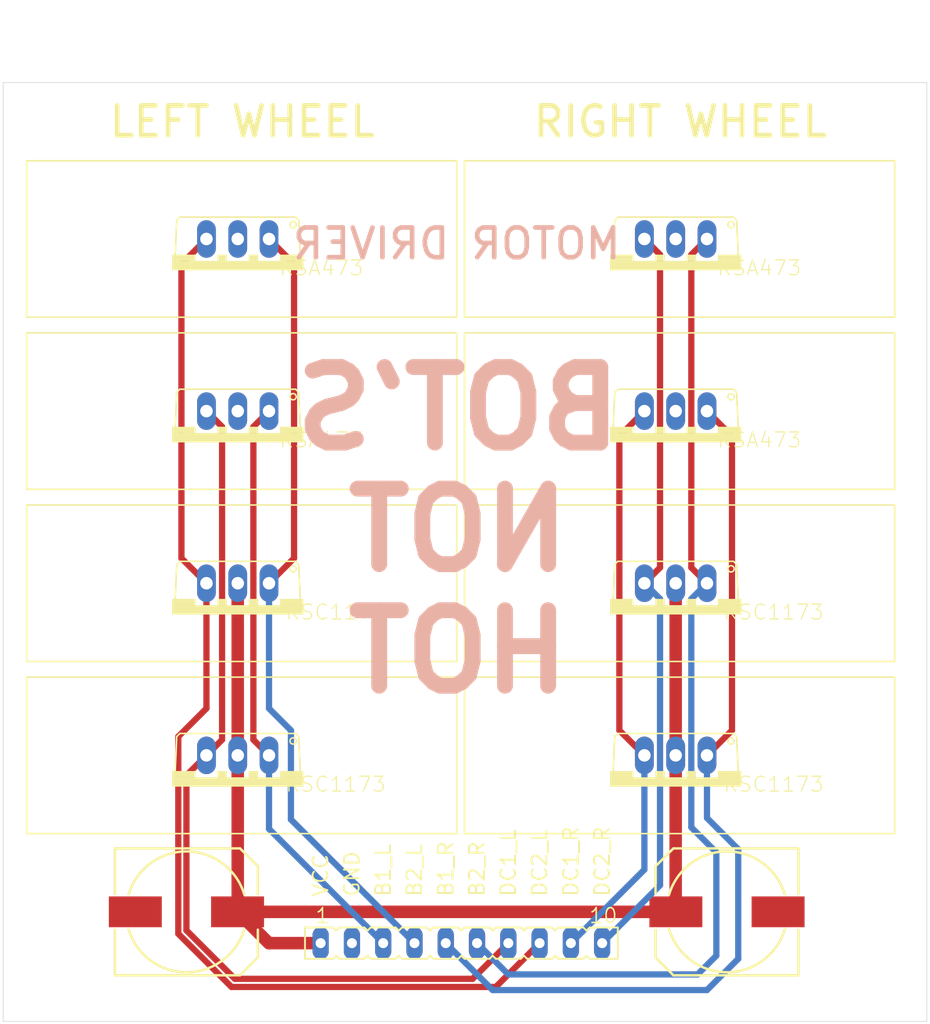
<source format=kicad_pcb>
(kicad_pcb (version 20171130) (host pcbnew "(5.1.10)-1")

  (general
    (thickness 1.6)
    (drawings 20)
    (tracks 69)
    (zones 0)
    (modules 15)
    (nets 11)
  )

  (page A4)
  (layers
    (0 Top signal)
    (31 Bottom signal)
    (32 B.Adhes user)
    (33 F.Adhes user)
    (34 B.Paste user)
    (35 F.Paste user)
    (36 B.SilkS user)
    (37 F.SilkS user)
    (38 B.Mask user)
    (39 F.Mask user)
    (40 Dwgs.User user)
    (41 Cmts.User user)
    (42 Eco1.User user)
    (43 Eco2.User user)
    (44 Edge.Cuts user)
    (45 Margin user)
    (46 B.CrtYd user)
    (47 F.CrtYd user)
    (48 B.Fab user)
    (49 F.Fab user)
  )

  (setup
    (last_trace_width 0.25)
    (trace_clearance 0.1524)
    (zone_clearance 0.508)
    (zone_45_only no)
    (trace_min 0.2)
    (via_size 0.8)
    (via_drill 0.4)
    (via_min_size 0.4)
    (via_min_drill 0.3)
    (uvia_size 0.3)
    (uvia_drill 0.1)
    (uvias_allowed no)
    (uvia_min_size 0.2)
    (uvia_min_drill 0.1)
    (edge_width 0.05)
    (segment_width 0.2)
    (pcb_text_width 0.3)
    (pcb_text_size 1.5 1.5)
    (mod_edge_width 0.12)
    (mod_text_size 1 1)
    (mod_text_width 0.15)
    (pad_size 1.524 1.524)
    (pad_drill 0.762)
    (pad_to_mask_clearance 0)
    (aux_axis_origin 0 0)
    (visible_elements FFFFFF7F)
    (pcbplotparams
      (layerselection 0x010fc_ffffffff)
      (usegerberextensions false)
      (usegerberattributes true)
      (usegerberadvancedattributes true)
      (creategerberjobfile true)
      (excludeedgelayer true)
      (linewidth 0.100000)
      (plotframeref false)
      (viasonmask false)
      (mode 1)
      (useauxorigin false)
      (hpglpennumber 1)
      (hpglpenspeed 20)
      (hpglpendiameter 15.000000)
      (psnegative false)
      (psa4output false)
      (plotreference true)
      (plotvalue true)
      (plotinvisibletext false)
      (padsonsilk false)
      (subtractmaskfromsilk false)
      (outputformat 1)
      (mirror false)
      (drillshape 1)
      (scaleselection 1)
      (outputdirectory ""))
  )

  (net 0 "")
  (net 1 /GND)
  (net 2 /VCC)
  (net 3 /DC1_L)
  (net 4 /B1_L)
  (net 5 /DC2_L)
  (net 6 /B2_L)
  (net 7 /DC1_R)
  (net 8 /B1_R)
  (net 9 /DC2_R)
  (net 10 /B2_R)

  (net_class Default "This is the default net class."
    (clearance 0.1524)
    (trace_width 0.25)
    (via_dia 0.8)
    (via_drill 0.4)
    (uvia_dia 0.3)
    (uvia_drill 0.1)
    (add_net /B1_L)
    (add_net /B1_R)
    (add_net /B2_L)
    (add_net /B2_R)
    (add_net /DC1_L)
    (add_net /DC1_R)
    (add_net /DC2_L)
    (add_net /DC2_R)
    (add_net /GND)
    (add_net /VCC)
  )

  (module "" (layer Top) (tedit 0) (tstamp 0)
    (at 114.0011 70.1036)
    (fp_text reference @HOLE0 (at 0 0) (layer F.SilkS) hide
      (effects (font (size 1.27 1.27) (thickness 0.15)))
    )
    (fp_text value "" (at 0 0) (layer F.SilkS)
      (effects (font (size 1.27 1.27) (thickness 0.15)))
    )
    (pad "" np_thru_hole circle (at 0 0) (size 3.2639 3.2639) (drill 3.2639) (layers *.Cu *.Mask))
  )

  (module "" (layer Top) (tedit 0) (tstamp 0)
    (at 183.0011 70.1036)
    (fp_text reference @HOLE1 (at 0 0) (layer F.SilkS) hide
      (effects (font (size 1.27 1.27) (thickness 0.15)))
    )
    (fp_text value "" (at 0 0) (layer F.SilkS)
      (effects (font (size 1.27 1.27) (thickness 0.15)))
    )
    (pad "" np_thru_hole circle (at 0 0) (size 3.2639 3.2639) (drill 3.2639) (layers *.Cu *.Mask))
  )

  (module "" (layer Top) (tedit 0) (tstamp 0)
    (at 183.0011 140.1036)
    (fp_text reference @HOLE2 (at 0 0) (layer F.SilkS) hide
      (effects (font (size 1.27 1.27) (thickness 0.15)))
    )
    (fp_text value "" (at 0 0) (layer F.SilkS)
      (effects (font (size 1.27 1.27) (thickness 0.15)))
    )
    (pad "" np_thru_hole circle (at 0 0) (size 3.2639 3.2639) (drill 3.2639) (layers *.Cu *.Mask))
  )

  (module "" (layer Top) (tedit 0) (tstamp 0)
    (at 114.0011 140.1036)
    (fp_text reference @HOLE3 (at 0 0) (layer F.SilkS) hide
      (effects (font (size 1.27 1.27) (thickness 0.15)))
    )
    (fp_text value "" (at 0 0) (layer F.SilkS)
      (effects (font (size 1.27 1.27) (thickness 0.15)))
    )
    (pad "" np_thru_hole circle (at 0 0) (size 3.2639 3.2639) (drill 3.2639) (layers *.Cu *.Mask))
  )

  (module Bot'sNotHot:140CLH-1010 (layer Top) (tedit 0) (tstamp 60F050CA)
    (at 125.8855 134.2136)
    (descr "<b>Aluminum electrolytic capacitors SMD (Chip)</b><p>\nLong life base plate, High temperature 140 CLH<p>\nhttp://www.bccomponents.com/")
    (path /AE03ECD7)
    (fp_text reference C1 (at -2.74 -1.93) (layer F.SilkS) hide
      (effects (font (size 1.2065 1.2065) (thickness 0.1016)) (justify left bottom))
    )
    (fp_text value "47 uF" (at -2.359 2.885) (layer F.Fab)
      (effects (font (size 1.2065 1.2065) (thickness 0.09652)) (justify left bottom))
    )
    (fp_arc (start 0 0) (end -4.7 -1.4) (angle -33.174677) (layer F.Fab) (width 0.2032))
    (fp_arc (start 0 0) (end -4.7 -1.4) (angle 146.825323) (layer F.SilkS) (width 0.2032))
    (fp_arc (start 0 0) (end 4.7 1.4) (angle -33.174677) (layer F.Fab) (width 0.2032))
    (fp_arc (start 0 0) (end -4.7 1.4) (angle -146.825323) (layer F.SilkS) (width 0.2032))
    (fp_line (start 5.8 3.7) (end 4.35 5.15) (layer F.SilkS) (width 0.2032))
    (fp_line (start 5.8 -3.7) (end 4.35 -5.15) (layer F.SilkS) (width 0.2032))
    (fp_line (start -5.8 -1.45) (end -5.8 -5.15) (layer F.SilkS) (width 0.2032))
    (fp_line (start -5.8 1.45) (end -5.8 -1.45) (layer F.Fab) (width 0.2032))
    (fp_line (start -5.8 5.15) (end -5.8 1.45) (layer F.SilkS) (width 0.2032))
    (fp_line (start 4.35 5.15) (end -5.8 5.15) (layer F.SilkS) (width 0.2032))
    (fp_line (start 5.8 1.45) (end 5.8 3.7) (layer F.SilkS) (width 0.2032))
    (fp_line (start 5.8 -1.45) (end 5.8 1.45) (layer F.Fab) (width 0.2032))
    (fp_line (start 5.8 -3.7) (end 5.8 -1.45) (layer F.SilkS) (width 0.2032))
    (fp_line (start -5.8 -5.15) (end 4.35 -5.15) (layer F.SilkS) (width 0.2032))
    (pad - smd rect (at -4.15 0) (size 4.3 2.5) (layers Top F.Paste F.Mask)
      (net 1 /GND) (solder_mask_margin 0.1016))
    (pad + smd rect (at 4.15 0) (size 4.3 2.5) (layers Top F.Paste F.Mask)
      (net 2 /VCC) (solder_mask_margin 0.1016))
  )

  (module Bot'sNotHot:MOSFET_HEATSINK (layer Top) (tedit 0) (tstamp 60F050DD)
    (at 147.8311 87.2236 180)
    (path /9A1C1EBA)
    (fp_text reference Q3 (at 5.08 -8.89 180) (layer F.SilkS) hide
      (effects (font (size 1.2065 1.2065) (thickness 0.1016)) (justify right top))
    )
    (fp_text value KSA473 (at 14.478 -9.398) (layer F.SilkS)
      (effects (font (size 1.2065 1.2065) (thickness 0.09652)) (justify left bottom))
    )
    (fp_line (start 0 -12.7) (end 0 0) (layer F.SilkS) (width 0.127))
    (fp_line (start 34.925 -12.7) (end 0 -12.7) (layer F.SilkS) (width 0.127))
    (fp_line (start 34.925 0) (end 34.925 -12.7) (layer F.SilkS) (width 0.127))
    (fp_line (start 0 0) (end 34.925 0) (layer F.SilkS) (width 0.127))
    (fp_poly (pts (xy 19.431 -7.62) (xy 21.209 -7.62) (xy 21.209 -8.128) (xy 19.431 -8.128)) (layer F.Fab) (width 0))
    (fp_poly (pts (xy 16.891 -7.62) (xy 18.669 -7.62) (xy 18.669 -8.128) (xy 16.891 -8.128)) (layer F.Fab) (width 0))
    (fp_poly (pts (xy 21.209 -7.62) (xy 23.114 -7.62) (xy 23.114 -8.128) (xy 21.209 -8.128)) (layer F.SilkS) (width 0))
    (fp_poly (pts (xy 18.669 -7.62) (xy 19.431 -7.62) (xy 19.431 -8.128) (xy 18.669 -8.128)) (layer F.SilkS) (width 0))
    (fp_poly (pts (xy 14.351 -7.62) (xy 16.129 -7.62) (xy 16.129 -8.128) (xy 14.351 -8.128)) (layer F.Fab) (width 0))
    (fp_poly (pts (xy 16.129 -7.62) (xy 16.891 -7.62) (xy 16.891 -8.128) (xy 16.129 -8.128)) (layer F.SilkS) (width 0))
    (fp_poly (pts (xy 12.446 -7.62) (xy 14.351 -7.62) (xy 14.351 -8.128) (xy 12.446 -8.128)) (layer F.SilkS) (width 0))
    (fp_poly (pts (xy 12.446 -8.128) (xy 23.114 -8.128) (xy 23.114 -8.89) (xy 12.446 -8.89)) (layer F.SilkS) (width 0))
    (fp_circle (center 13.2842 -5.1816) (end 13.5382 -5.1816) (layer F.SilkS) (width 0.127))
    (fp_line (start 12.827 -4.826) (end 12.7 -7.747) (layer F.SilkS) (width 0.127))
    (fp_line (start 12.827 -4.826) (end 13.081 -4.572) (layer F.SilkS) (width 0.127))
    (fp_line (start 22.479 -4.572) (end 13.081 -4.572) (layer F.SilkS) (width 0.127))
    (fp_line (start 22.479 -4.572) (end 22.733 -4.826) (layer F.SilkS) (width 0.127))
    (fp_line (start 22.86 -7.747) (end 22.733 -4.826) (layer F.SilkS) (width 0.127))
    (pad 3 thru_hole oval (at 20.32 -6.35 270) (size 3.048 1.524) (drill 1.016) (layers *.Cu *.Mask)
      (net 3 /DC1_L) (solder_mask_margin 0.1016))
    (pad 2 thru_hole oval (at 17.78 -6.35 270) (size 3.048 1.524) (drill 1.016) (layers *.Cu *.Mask)
      (net 1 /GND) (solder_mask_margin 0.1016))
    (pad 1 thru_hole oval (at 15.24 -6.35 270) (size 3.048 1.524) (drill 1.016) (layers *.Cu *.Mask)
      (net 4 /B1_L) (solder_mask_margin 0.1016))
  )

  (module Bot'sNotHot:MOSFET_HEATSINK (layer Top) (tedit 0) (tstamp 60F050F5)
    (at 147.8311 73.2536 180)
    (path /22452E8B)
    (fp_text reference Q4 (at 5.08 -8.89 180) (layer F.SilkS) hide
      (effects (font (size 1.2065 1.2065) (thickness 0.1016)) (justify right top))
    )
    (fp_text value KSA473 (at 14.478 -9.398) (layer F.SilkS)
      (effects (font (size 1.2065 1.2065) (thickness 0.09652)) (justify left bottom))
    )
    (fp_line (start 0 -12.7) (end 0 0) (layer F.SilkS) (width 0.127))
    (fp_line (start 34.925 -12.7) (end 0 -12.7) (layer F.SilkS) (width 0.127))
    (fp_line (start 34.925 0) (end 34.925 -12.7) (layer F.SilkS) (width 0.127))
    (fp_line (start 0 0) (end 34.925 0) (layer F.SilkS) (width 0.127))
    (fp_poly (pts (xy 19.431 -7.62) (xy 21.209 -7.62) (xy 21.209 -8.128) (xy 19.431 -8.128)) (layer F.Fab) (width 0))
    (fp_poly (pts (xy 16.891 -7.62) (xy 18.669 -7.62) (xy 18.669 -8.128) (xy 16.891 -8.128)) (layer F.Fab) (width 0))
    (fp_poly (pts (xy 21.209 -7.62) (xy 23.114 -7.62) (xy 23.114 -8.128) (xy 21.209 -8.128)) (layer F.SilkS) (width 0))
    (fp_poly (pts (xy 18.669 -7.62) (xy 19.431 -7.62) (xy 19.431 -8.128) (xy 18.669 -8.128)) (layer F.SilkS) (width 0))
    (fp_poly (pts (xy 14.351 -7.62) (xy 16.129 -7.62) (xy 16.129 -8.128) (xy 14.351 -8.128)) (layer F.Fab) (width 0))
    (fp_poly (pts (xy 16.129 -7.62) (xy 16.891 -7.62) (xy 16.891 -8.128) (xy 16.129 -8.128)) (layer F.SilkS) (width 0))
    (fp_poly (pts (xy 12.446 -7.62) (xy 14.351 -7.62) (xy 14.351 -8.128) (xy 12.446 -8.128)) (layer F.SilkS) (width 0))
    (fp_poly (pts (xy 12.446 -8.128) (xy 23.114 -8.128) (xy 23.114 -8.89) (xy 12.446 -8.89)) (layer F.SilkS) (width 0))
    (fp_circle (center 13.2842 -5.1816) (end 13.5382 -5.1816) (layer F.SilkS) (width 0.127))
    (fp_line (start 12.827 -4.826) (end 12.7 -7.747) (layer F.SilkS) (width 0.127))
    (fp_line (start 12.827 -4.826) (end 13.081 -4.572) (layer F.SilkS) (width 0.127))
    (fp_line (start 22.479 -4.572) (end 13.081 -4.572) (layer F.SilkS) (width 0.127))
    (fp_line (start 22.479 -4.572) (end 22.733 -4.826) (layer F.SilkS) (width 0.127))
    (fp_line (start 22.86 -7.747) (end 22.733 -4.826) (layer F.SilkS) (width 0.127))
    (pad 3 thru_hole oval (at 20.32 -6.35 270) (size 3.048 1.524) (drill 1.016) (layers *.Cu *.Mask)
      (net 5 /DC2_L) (solder_mask_margin 0.1016))
    (pad 2 thru_hole oval (at 17.78 -6.35 270) (size 3.048 1.524) (drill 1.016) (layers *.Cu *.Mask)
      (net 1 /GND) (solder_mask_margin 0.1016))
    (pad 1 thru_hole oval (at 15.24 -6.35 270) (size 3.048 1.524) (drill 1.016) (layers *.Cu *.Mask)
      (net 6 /B2_L) (solder_mask_margin 0.1016))
  )

  (module Bot'sNotHot:MOSFET_HEATSINK (layer Top) (tedit 0) (tstamp 60F0510D)
    (at 147.8311 115.1636 180)
    (path /22BC07EB)
    (fp_text reference Q1 (at 5.08 -8.89 180) (layer F.SilkS) hide
      (effects (font (size 1.2065 1.2065) (thickness 0.1016)) (justify right top))
    )
    (fp_text value KSC1173 (at 13.97 -9.398) (layer F.SilkS)
      (effects (font (size 1.2065 1.2065) (thickness 0.09652)) (justify left bottom))
    )
    (fp_line (start 0 -12.7) (end 0 0) (layer F.SilkS) (width 0.127))
    (fp_line (start 34.925 -12.7) (end 0 -12.7) (layer F.SilkS) (width 0.127))
    (fp_line (start 34.925 0) (end 34.925 -12.7) (layer F.SilkS) (width 0.127))
    (fp_line (start 0 0) (end 34.925 0) (layer F.SilkS) (width 0.127))
    (fp_poly (pts (xy 19.431 -7.62) (xy 21.209 -7.62) (xy 21.209 -8.128) (xy 19.431 -8.128)) (layer F.Fab) (width 0))
    (fp_poly (pts (xy 16.891 -7.62) (xy 18.669 -7.62) (xy 18.669 -8.128) (xy 16.891 -8.128)) (layer F.Fab) (width 0))
    (fp_poly (pts (xy 21.209 -7.62) (xy 23.114 -7.62) (xy 23.114 -8.128) (xy 21.209 -8.128)) (layer F.SilkS) (width 0))
    (fp_poly (pts (xy 18.669 -7.62) (xy 19.431 -7.62) (xy 19.431 -8.128) (xy 18.669 -8.128)) (layer F.SilkS) (width 0))
    (fp_poly (pts (xy 14.351 -7.62) (xy 16.129 -7.62) (xy 16.129 -8.128) (xy 14.351 -8.128)) (layer F.Fab) (width 0))
    (fp_poly (pts (xy 16.129 -7.62) (xy 16.891 -7.62) (xy 16.891 -8.128) (xy 16.129 -8.128)) (layer F.SilkS) (width 0))
    (fp_poly (pts (xy 12.446 -7.62) (xy 14.351 -7.62) (xy 14.351 -8.128) (xy 12.446 -8.128)) (layer F.SilkS) (width 0))
    (fp_poly (pts (xy 12.446 -8.128) (xy 23.114 -8.128) (xy 23.114 -8.89) (xy 12.446 -8.89)) (layer F.SilkS) (width 0))
    (fp_circle (center 13.2842 -5.1816) (end 13.5382 -5.1816) (layer F.SilkS) (width 0.127))
    (fp_line (start 12.827 -4.826) (end 12.7 -7.747) (layer F.SilkS) (width 0.127))
    (fp_line (start 12.827 -4.826) (end 13.081 -4.572) (layer F.SilkS) (width 0.127))
    (fp_line (start 22.479 -4.572) (end 13.081 -4.572) (layer F.SilkS) (width 0.127))
    (fp_line (start 22.479 -4.572) (end 22.733 -4.826) (layer F.SilkS) (width 0.127))
    (fp_line (start 22.86 -7.747) (end 22.733 -4.826) (layer F.SilkS) (width 0.127))
    (pad 3 thru_hole oval (at 20.32 -6.35 270) (size 3.048 1.524) (drill 1.016) (layers *.Cu *.Mask)
      (net 3 /DC1_L) (solder_mask_margin 0.1016))
    (pad 2 thru_hole oval (at 17.78 -6.35 270) (size 3.048 1.524) (drill 1.016) (layers *.Cu *.Mask)
      (net 2 /VCC) (solder_mask_margin 0.1016))
    (pad 1 thru_hole oval (at 15.24 -6.35 270) (size 3.048 1.524) (drill 1.016) (layers *.Cu *.Mask)
      (net 4 /B1_L) (solder_mask_margin 0.1016))
  )

  (module Bot'sNotHot:MOSFET_HEATSINK (layer Top) (tedit 0) (tstamp 60F05125)
    (at 147.8311 101.1936 180)
    (path /FC4D4FCD)
    (fp_text reference Q2 (at 5.08 -8.89 180) (layer F.SilkS) hide
      (effects (font (size 1.2065 1.2065) (thickness 0.1016)) (justify right top))
    )
    (fp_text value KSC1173 (at 13.97 -9.398) (layer F.SilkS)
      (effects (font (size 1.2065 1.2065) (thickness 0.09652)) (justify left bottom))
    )
    (fp_line (start 0 -12.7) (end 0 0) (layer F.SilkS) (width 0.127))
    (fp_line (start 34.925 -12.7) (end 0 -12.7) (layer F.SilkS) (width 0.127))
    (fp_line (start 34.925 0) (end 34.925 -12.7) (layer F.SilkS) (width 0.127))
    (fp_line (start 0 0) (end 34.925 0) (layer F.SilkS) (width 0.127))
    (fp_poly (pts (xy 19.431 -7.62) (xy 21.209 -7.62) (xy 21.209 -8.128) (xy 19.431 -8.128)) (layer F.Fab) (width 0))
    (fp_poly (pts (xy 16.891 -7.62) (xy 18.669 -7.62) (xy 18.669 -8.128) (xy 16.891 -8.128)) (layer F.Fab) (width 0))
    (fp_poly (pts (xy 21.209 -7.62) (xy 23.114 -7.62) (xy 23.114 -8.128) (xy 21.209 -8.128)) (layer F.SilkS) (width 0))
    (fp_poly (pts (xy 18.669 -7.62) (xy 19.431 -7.62) (xy 19.431 -8.128) (xy 18.669 -8.128)) (layer F.SilkS) (width 0))
    (fp_poly (pts (xy 14.351 -7.62) (xy 16.129 -7.62) (xy 16.129 -8.128) (xy 14.351 -8.128)) (layer F.Fab) (width 0))
    (fp_poly (pts (xy 16.129 -7.62) (xy 16.891 -7.62) (xy 16.891 -8.128) (xy 16.129 -8.128)) (layer F.SilkS) (width 0))
    (fp_poly (pts (xy 12.446 -7.62) (xy 14.351 -7.62) (xy 14.351 -8.128) (xy 12.446 -8.128)) (layer F.SilkS) (width 0))
    (fp_poly (pts (xy 12.446 -8.128) (xy 23.114 -8.128) (xy 23.114 -8.89) (xy 12.446 -8.89)) (layer F.SilkS) (width 0))
    (fp_circle (center 13.2842 -5.1816) (end 13.5382 -5.1816) (layer F.SilkS) (width 0.127))
    (fp_line (start 12.827 -4.826) (end 12.7 -7.747) (layer F.SilkS) (width 0.127))
    (fp_line (start 12.827 -4.826) (end 13.081 -4.572) (layer F.SilkS) (width 0.127))
    (fp_line (start 22.479 -4.572) (end 13.081 -4.572) (layer F.SilkS) (width 0.127))
    (fp_line (start 22.479 -4.572) (end 22.733 -4.826) (layer F.SilkS) (width 0.127))
    (fp_line (start 22.86 -7.747) (end 22.733 -4.826) (layer F.SilkS) (width 0.127))
    (pad 3 thru_hole oval (at 20.32 -6.35 270) (size 3.048 1.524) (drill 1.016) (layers *.Cu *.Mask)
      (net 5 /DC2_L) (solder_mask_margin 0.1016))
    (pad 2 thru_hole oval (at 17.78 -6.35 270) (size 3.048 1.524) (drill 1.016) (layers *.Cu *.Mask)
      (net 2 /VCC) (solder_mask_margin 0.1016))
    (pad 1 thru_hole oval (at 15.24 -6.35 270) (size 3.048 1.524) (drill 1.016) (layers *.Cu *.Mask)
      (net 6 /B2_L) (solder_mask_margin 0.1016))
  )

  (module Bot'sNotHot:140CLH-1010 (layer Top) (tedit 0) (tstamp 60F0513D)
    (at 169.7767 134.2136 180)
    (descr "<b>Aluminum electrolytic capacitors SMD (Chip)</b><p>\nLong life base plate, High temperature 140 CLH<p>\nhttp://www.bccomponents.com/")
    (path /CA875E67)
    (fp_text reference C2 (at -2.74 -1.93 180) (layer F.SilkS) hide
      (effects (font (size 1.2065 1.2065) (thickness 0.1016)) (justify right top))
    )
    (fp_text value "47 uF" (at -2.359 -1.433) (layer F.Fab)
      (effects (font (size 1.2065 1.2065) (thickness 0.09652)) (justify left bottom))
    )
    (fp_arc (start 0 0) (end -4.7 -1.4) (angle -33.174677) (layer F.Fab) (width 0.2032))
    (fp_arc (start 0 0) (end -4.7 -1.4) (angle 146.825323) (layer F.SilkS) (width 0.2032))
    (fp_arc (start 0 0) (end 4.7 1.4) (angle -33.174677) (layer F.Fab) (width 0.2032))
    (fp_arc (start 0 0) (end -4.7 1.4) (angle -146.825323) (layer F.SilkS) (width 0.2032))
    (fp_line (start 5.8 3.7) (end 4.35 5.15) (layer F.SilkS) (width 0.2032))
    (fp_line (start 5.8 -3.7) (end 4.35 -5.15) (layer F.SilkS) (width 0.2032))
    (fp_line (start -5.8 -1.45) (end -5.8 -5.15) (layer F.SilkS) (width 0.2032))
    (fp_line (start -5.8 1.45) (end -5.8 -1.45) (layer F.Fab) (width 0.2032))
    (fp_line (start -5.8 5.15) (end -5.8 1.45) (layer F.SilkS) (width 0.2032))
    (fp_line (start 4.35 5.15) (end -5.8 5.15) (layer F.SilkS) (width 0.2032))
    (fp_line (start 5.8 1.45) (end 5.8 3.7) (layer F.SilkS) (width 0.2032))
    (fp_line (start 5.8 -1.45) (end 5.8 1.45) (layer F.Fab) (width 0.2032))
    (fp_line (start 5.8 -3.7) (end 5.8 -1.45) (layer F.SilkS) (width 0.2032))
    (fp_line (start -5.8 -5.15) (end 4.35 -5.15) (layer F.SilkS) (width 0.2032))
    (pad - smd rect (at -4.15 0 180) (size 4.3 2.5) (layers Top F.Paste F.Mask)
      (net 1 /GND) (solder_mask_margin 0.1016))
    (pad + smd rect (at 4.15 0 180) (size 4.3 2.5) (layers Top F.Paste F.Mask)
      (net 2 /VCC) (solder_mask_margin 0.1016))
  )

  (module Bot'sNotHot:MOSFET_HEATSINK (layer Top) (tedit 0) (tstamp 60F05150)
    (at 183.3911 87.2236 180)
    (path /6A33A87D)
    (fp_text reference Q7 (at 5.08 -8.89 180) (layer F.SilkS) hide
      (effects (font (size 1.2065 1.2065) (thickness 0.1016)) (justify right top))
    )
    (fp_text value KSA473 (at 14.478 -9.398) (layer F.SilkS)
      (effects (font (size 1.2065 1.2065) (thickness 0.09652)) (justify left bottom))
    )
    (fp_line (start 0 -12.7) (end 0 0) (layer F.SilkS) (width 0.127))
    (fp_line (start 34.925 -12.7) (end 0 -12.7) (layer F.SilkS) (width 0.127))
    (fp_line (start 34.925 0) (end 34.925 -12.7) (layer F.SilkS) (width 0.127))
    (fp_line (start 0 0) (end 34.925 0) (layer F.SilkS) (width 0.127))
    (fp_poly (pts (xy 19.431 -7.62) (xy 21.209 -7.62) (xy 21.209 -8.128) (xy 19.431 -8.128)) (layer F.Fab) (width 0))
    (fp_poly (pts (xy 16.891 -7.62) (xy 18.669 -7.62) (xy 18.669 -8.128) (xy 16.891 -8.128)) (layer F.Fab) (width 0))
    (fp_poly (pts (xy 21.209 -7.62) (xy 23.114 -7.62) (xy 23.114 -8.128) (xy 21.209 -8.128)) (layer F.SilkS) (width 0))
    (fp_poly (pts (xy 18.669 -7.62) (xy 19.431 -7.62) (xy 19.431 -8.128) (xy 18.669 -8.128)) (layer F.SilkS) (width 0))
    (fp_poly (pts (xy 14.351 -7.62) (xy 16.129 -7.62) (xy 16.129 -8.128) (xy 14.351 -8.128)) (layer F.Fab) (width 0))
    (fp_poly (pts (xy 16.129 -7.62) (xy 16.891 -7.62) (xy 16.891 -8.128) (xy 16.129 -8.128)) (layer F.SilkS) (width 0))
    (fp_poly (pts (xy 12.446 -7.62) (xy 14.351 -7.62) (xy 14.351 -8.128) (xy 12.446 -8.128)) (layer F.SilkS) (width 0))
    (fp_poly (pts (xy 12.446 -8.128) (xy 23.114 -8.128) (xy 23.114 -8.89) (xy 12.446 -8.89)) (layer F.SilkS) (width 0))
    (fp_circle (center 13.2842 -5.1816) (end 13.5382 -5.1816) (layer F.SilkS) (width 0.127))
    (fp_line (start 12.827 -4.826) (end 12.7 -7.747) (layer F.SilkS) (width 0.127))
    (fp_line (start 12.827 -4.826) (end 13.081 -4.572) (layer F.SilkS) (width 0.127))
    (fp_line (start 22.479 -4.572) (end 13.081 -4.572) (layer F.SilkS) (width 0.127))
    (fp_line (start 22.479 -4.572) (end 22.733 -4.826) (layer F.SilkS) (width 0.127))
    (fp_line (start 22.86 -7.747) (end 22.733 -4.826) (layer F.SilkS) (width 0.127))
    (pad 3 thru_hole oval (at 20.32 -6.35 270) (size 3.048 1.524) (drill 1.016) (layers *.Cu *.Mask)
      (net 7 /DC1_R) (solder_mask_margin 0.1016))
    (pad 2 thru_hole oval (at 17.78 -6.35 270) (size 3.048 1.524) (drill 1.016) (layers *.Cu *.Mask)
      (net 1 /GND) (solder_mask_margin 0.1016))
    (pad 1 thru_hole oval (at 15.24 -6.35 270) (size 3.048 1.524) (drill 1.016) (layers *.Cu *.Mask)
      (net 8 /B1_R) (solder_mask_margin 0.1016))
  )

  (module Bot'sNotHot:MOSFET_HEATSINK (layer Top) (tedit 0) (tstamp 60F05168)
    (at 183.3911 73.2536 180)
    (path /2D2CC871)
    (fp_text reference Q8 (at 5.08 -8.89 180) (layer F.SilkS) hide
      (effects (font (size 1.2065 1.2065) (thickness 0.1016)) (justify right top))
    )
    (fp_text value KSA473 (at 14.478 -9.398) (layer F.SilkS)
      (effects (font (size 1.2065 1.2065) (thickness 0.09652)) (justify left bottom))
    )
    (fp_line (start 0 -12.7) (end 0 0) (layer F.SilkS) (width 0.127))
    (fp_line (start 34.925 -12.7) (end 0 -12.7) (layer F.SilkS) (width 0.127))
    (fp_line (start 34.925 0) (end 34.925 -12.7) (layer F.SilkS) (width 0.127))
    (fp_line (start 0 0) (end 34.925 0) (layer F.SilkS) (width 0.127))
    (fp_poly (pts (xy 19.431 -7.62) (xy 21.209 -7.62) (xy 21.209 -8.128) (xy 19.431 -8.128)) (layer F.Fab) (width 0))
    (fp_poly (pts (xy 16.891 -7.62) (xy 18.669 -7.62) (xy 18.669 -8.128) (xy 16.891 -8.128)) (layer F.Fab) (width 0))
    (fp_poly (pts (xy 21.209 -7.62) (xy 23.114 -7.62) (xy 23.114 -8.128) (xy 21.209 -8.128)) (layer F.SilkS) (width 0))
    (fp_poly (pts (xy 18.669 -7.62) (xy 19.431 -7.62) (xy 19.431 -8.128) (xy 18.669 -8.128)) (layer F.SilkS) (width 0))
    (fp_poly (pts (xy 14.351 -7.62) (xy 16.129 -7.62) (xy 16.129 -8.128) (xy 14.351 -8.128)) (layer F.Fab) (width 0))
    (fp_poly (pts (xy 16.129 -7.62) (xy 16.891 -7.62) (xy 16.891 -8.128) (xy 16.129 -8.128)) (layer F.SilkS) (width 0))
    (fp_poly (pts (xy 12.446 -7.62) (xy 14.351 -7.62) (xy 14.351 -8.128) (xy 12.446 -8.128)) (layer F.SilkS) (width 0))
    (fp_poly (pts (xy 12.446 -8.128) (xy 23.114 -8.128) (xy 23.114 -8.89) (xy 12.446 -8.89)) (layer F.SilkS) (width 0))
    (fp_circle (center 13.2842 -5.1816) (end 13.5382 -5.1816) (layer F.SilkS) (width 0.127))
    (fp_line (start 12.827 -4.826) (end 12.7 -7.747) (layer F.SilkS) (width 0.127))
    (fp_line (start 12.827 -4.826) (end 13.081 -4.572) (layer F.SilkS) (width 0.127))
    (fp_line (start 22.479 -4.572) (end 13.081 -4.572) (layer F.SilkS) (width 0.127))
    (fp_line (start 22.479 -4.572) (end 22.733 -4.826) (layer F.SilkS) (width 0.127))
    (fp_line (start 22.86 -7.747) (end 22.733 -4.826) (layer F.SilkS) (width 0.127))
    (pad 3 thru_hole oval (at 20.32 -6.35 270) (size 3.048 1.524) (drill 1.016) (layers *.Cu *.Mask)
      (net 9 /DC2_R) (solder_mask_margin 0.1016))
    (pad 2 thru_hole oval (at 17.78 -6.35 270) (size 3.048 1.524) (drill 1.016) (layers *.Cu *.Mask)
      (net 1 /GND) (solder_mask_margin 0.1016))
    (pad 1 thru_hole oval (at 15.24 -6.35 270) (size 3.048 1.524) (drill 1.016) (layers *.Cu *.Mask)
      (net 10 /B2_R) (solder_mask_margin 0.1016))
  )

  (module Bot'sNotHot:MOSFET_HEATSINK (layer Top) (tedit 0) (tstamp 60F05180)
    (at 183.3911 115.1636 180)
    (path /A335FF6A)
    (fp_text reference Q5 (at 5.08 -8.89 180) (layer F.SilkS) hide
      (effects (font (size 1.2065 1.2065) (thickness 0.1016)) (justify right top))
    )
    (fp_text value KSC1173 (at 13.97 -9.398) (layer F.SilkS)
      (effects (font (size 1.2065 1.2065) (thickness 0.09652)) (justify left bottom))
    )
    (fp_line (start 0 -12.7) (end 0 0) (layer F.SilkS) (width 0.127))
    (fp_line (start 34.925 -12.7) (end 0 -12.7) (layer F.SilkS) (width 0.127))
    (fp_line (start 34.925 0) (end 34.925 -12.7) (layer F.SilkS) (width 0.127))
    (fp_line (start 0 0) (end 34.925 0) (layer F.SilkS) (width 0.127))
    (fp_poly (pts (xy 19.431 -7.62) (xy 21.209 -7.62) (xy 21.209 -8.128) (xy 19.431 -8.128)) (layer F.Fab) (width 0))
    (fp_poly (pts (xy 16.891 -7.62) (xy 18.669 -7.62) (xy 18.669 -8.128) (xy 16.891 -8.128)) (layer F.Fab) (width 0))
    (fp_poly (pts (xy 21.209 -7.62) (xy 23.114 -7.62) (xy 23.114 -8.128) (xy 21.209 -8.128)) (layer F.SilkS) (width 0))
    (fp_poly (pts (xy 18.669 -7.62) (xy 19.431 -7.62) (xy 19.431 -8.128) (xy 18.669 -8.128)) (layer F.SilkS) (width 0))
    (fp_poly (pts (xy 14.351 -7.62) (xy 16.129 -7.62) (xy 16.129 -8.128) (xy 14.351 -8.128)) (layer F.Fab) (width 0))
    (fp_poly (pts (xy 16.129 -7.62) (xy 16.891 -7.62) (xy 16.891 -8.128) (xy 16.129 -8.128)) (layer F.SilkS) (width 0))
    (fp_poly (pts (xy 12.446 -7.62) (xy 14.351 -7.62) (xy 14.351 -8.128) (xy 12.446 -8.128)) (layer F.SilkS) (width 0))
    (fp_poly (pts (xy 12.446 -8.128) (xy 23.114 -8.128) (xy 23.114 -8.89) (xy 12.446 -8.89)) (layer F.SilkS) (width 0))
    (fp_circle (center 13.2842 -5.1816) (end 13.5382 -5.1816) (layer F.SilkS) (width 0.127))
    (fp_line (start 12.827 -4.826) (end 12.7 -7.747) (layer F.SilkS) (width 0.127))
    (fp_line (start 12.827 -4.826) (end 13.081 -4.572) (layer F.SilkS) (width 0.127))
    (fp_line (start 22.479 -4.572) (end 13.081 -4.572) (layer F.SilkS) (width 0.127))
    (fp_line (start 22.479 -4.572) (end 22.733 -4.826) (layer F.SilkS) (width 0.127))
    (fp_line (start 22.86 -7.747) (end 22.733 -4.826) (layer F.SilkS) (width 0.127))
    (pad 3 thru_hole oval (at 20.32 -6.35 270) (size 3.048 1.524) (drill 1.016) (layers *.Cu *.Mask)
      (net 7 /DC1_R) (solder_mask_margin 0.1016))
    (pad 2 thru_hole oval (at 17.78 -6.35 270) (size 3.048 1.524) (drill 1.016) (layers *.Cu *.Mask)
      (net 2 /VCC) (solder_mask_margin 0.1016))
    (pad 1 thru_hole oval (at 15.24 -6.35 270) (size 3.048 1.524) (drill 1.016) (layers *.Cu *.Mask)
      (net 8 /B1_R) (solder_mask_margin 0.1016))
  )

  (module Bot'sNotHot:MOSFET_HEATSINK (layer Top) (tedit 0) (tstamp 60F05198)
    (at 183.3911 101.1936 180)
    (path /97620144)
    (fp_text reference Q6 (at 5.08 -8.89 180) (layer F.SilkS) hide
      (effects (font (size 1.2065 1.2065) (thickness 0.1016)) (justify right top))
    )
    (fp_text value KSC1173 (at 13.97 -9.398) (layer F.SilkS)
      (effects (font (size 1.2065 1.2065) (thickness 0.09652)) (justify left bottom))
    )
    (fp_line (start 0 -12.7) (end 0 0) (layer F.SilkS) (width 0.127))
    (fp_line (start 34.925 -12.7) (end 0 -12.7) (layer F.SilkS) (width 0.127))
    (fp_line (start 34.925 0) (end 34.925 -12.7) (layer F.SilkS) (width 0.127))
    (fp_line (start 0 0) (end 34.925 0) (layer F.SilkS) (width 0.127))
    (fp_poly (pts (xy 19.431 -7.62) (xy 21.209 -7.62) (xy 21.209 -8.128) (xy 19.431 -8.128)) (layer F.Fab) (width 0))
    (fp_poly (pts (xy 16.891 -7.62) (xy 18.669 -7.62) (xy 18.669 -8.128) (xy 16.891 -8.128)) (layer F.Fab) (width 0))
    (fp_poly (pts (xy 21.209 -7.62) (xy 23.114 -7.62) (xy 23.114 -8.128) (xy 21.209 -8.128)) (layer F.SilkS) (width 0))
    (fp_poly (pts (xy 18.669 -7.62) (xy 19.431 -7.62) (xy 19.431 -8.128) (xy 18.669 -8.128)) (layer F.SilkS) (width 0))
    (fp_poly (pts (xy 14.351 -7.62) (xy 16.129 -7.62) (xy 16.129 -8.128) (xy 14.351 -8.128)) (layer F.Fab) (width 0))
    (fp_poly (pts (xy 16.129 -7.62) (xy 16.891 -7.62) (xy 16.891 -8.128) (xy 16.129 -8.128)) (layer F.SilkS) (width 0))
    (fp_poly (pts (xy 12.446 -7.62) (xy 14.351 -7.62) (xy 14.351 -8.128) (xy 12.446 -8.128)) (layer F.SilkS) (width 0))
    (fp_poly (pts (xy 12.446 -8.128) (xy 23.114 -8.128) (xy 23.114 -8.89) (xy 12.446 -8.89)) (layer F.SilkS) (width 0))
    (fp_circle (center 13.2842 -5.1816) (end 13.5382 -5.1816) (layer F.SilkS) (width 0.127))
    (fp_line (start 12.827 -4.826) (end 12.7 -7.747) (layer F.SilkS) (width 0.127))
    (fp_line (start 12.827 -4.826) (end 13.081 -4.572) (layer F.SilkS) (width 0.127))
    (fp_line (start 22.479 -4.572) (end 13.081 -4.572) (layer F.SilkS) (width 0.127))
    (fp_line (start 22.479 -4.572) (end 22.733 -4.826) (layer F.SilkS) (width 0.127))
    (fp_line (start 22.86 -7.747) (end 22.733 -4.826) (layer F.SilkS) (width 0.127))
    (pad 3 thru_hole oval (at 20.32 -6.35 270) (size 3.048 1.524) (drill 1.016) (layers *.Cu *.Mask)
      (net 9 /DC2_R) (solder_mask_margin 0.1016))
    (pad 2 thru_hole oval (at 17.78 -6.35 270) (size 3.048 1.524) (drill 1.016) (layers *.Cu *.Mask)
      (net 2 /VCC) (solder_mask_margin 0.1016))
    (pad 1 thru_hole oval (at 15.24 -6.35 270) (size 3.048 1.524) (drill 1.016) (layers *.Cu *.Mask)
      (net 10 /B2_R) (solder_mask_margin 0.1016))
  )

  (module Bot'sNotHot:FE10 (layer Top) (tedit 0) (tstamp 60F051B0)
    (at 148.2121 136.7536)
    (descr "<b>FEMALE HEADER</b>")
    (path /1FCB83CC)
    (fp_text reference SV1 (at -8.89 -1.651) (layer F.SilkS) hide
      (effects (font (size 1.2065 1.2065) (thickness 0.127)) (justify left bottom))
    )
    (fp_text value FE10-1 (at -12.7 2.921) (layer F.Fab)
      (effects (font (size 1.2065 1.2065) (thickness 0.12065)) (justify left bottom))
    )
    (fp_poly (pts (xy 11.303 0.762) (xy 11.557 0.762) (xy 11.557 0.254) (xy 11.303 0.254)) (layer F.Fab) (width 0))
    (fp_poly (pts (xy 11.303 -0.254) (xy 11.557 -0.254) (xy 11.557 -0.762) (xy 11.303 -0.762)) (layer F.Fab) (width 0))
    (fp_poly (pts (xy 8.763 0.762) (xy 9.017 0.762) (xy 9.017 0.254) (xy 8.763 0.254)) (layer F.Fab) (width 0))
    (fp_poly (pts (xy 8.763 -0.254) (xy 9.017 -0.254) (xy 9.017 -0.762) (xy 8.763 -0.762)) (layer F.Fab) (width 0))
    (fp_poly (pts (xy 6.223 0.762) (xy 6.477 0.762) (xy 6.477 0.254) (xy 6.223 0.254)) (layer F.Fab) (width 0))
    (fp_poly (pts (xy 6.223 -0.254) (xy 6.477 -0.254) (xy 6.477 -0.762) (xy 6.223 -0.762)) (layer F.Fab) (width 0))
    (fp_poly (pts (xy 3.683 0.762) (xy 3.937 0.762) (xy 3.937 0.254) (xy 3.683 0.254)) (layer F.Fab) (width 0))
    (fp_poly (pts (xy 3.683 -0.254) (xy 3.937 -0.254) (xy 3.937 -0.762) (xy 3.683 -0.762)) (layer F.Fab) (width 0))
    (fp_poly (pts (xy 1.143 0.762) (xy 1.397 0.762) (xy 1.397 0.254) (xy 1.143 0.254)) (layer F.Fab) (width 0))
    (fp_poly (pts (xy 1.143 -0.254) (xy 1.397 -0.254) (xy 1.397 -0.762) (xy 1.143 -0.762)) (layer F.Fab) (width 0))
    (fp_poly (pts (xy -1.397 0.762) (xy -1.143 0.762) (xy -1.143 0.254) (xy -1.397 0.254)) (layer F.Fab) (width 0))
    (fp_poly (pts (xy -1.397 -0.254) (xy -1.143 -0.254) (xy -1.143 -0.762) (xy -1.397 -0.762)) (layer F.Fab) (width 0))
    (fp_poly (pts (xy -3.937 0.762) (xy -3.683 0.762) (xy -3.683 0.254) (xy -3.937 0.254)) (layer F.Fab) (width 0))
    (fp_poly (pts (xy -3.937 -0.254) (xy -3.683 -0.254) (xy -3.683 -0.762) (xy -3.937 -0.762)) (layer F.Fab) (width 0))
    (fp_poly (pts (xy -6.477 0.762) (xy -6.223 0.762) (xy -6.223 0.254) (xy -6.477 0.254)) (layer F.Fab) (width 0))
    (fp_poly (pts (xy -6.477 -0.254) (xy -6.223 -0.254) (xy -6.223 -0.762) (xy -6.477 -0.762)) (layer F.Fab) (width 0))
    (fp_poly (pts (xy -9.017 0.762) (xy -8.763 0.762) (xy -8.763 0.254) (xy -9.017 0.254)) (layer F.Fab) (width 0))
    (fp_poly (pts (xy -9.017 -0.254) (xy -8.763 -0.254) (xy -8.763 -0.762) (xy -9.017 -0.762)) (layer F.Fab) (width 0))
    (fp_poly (pts (xy -11.557 0.762) (xy -11.303 0.762) (xy -11.303 0.254) (xy -11.557 0.254)) (layer F.Fab) (width 0))
    (fp_poly (pts (xy -11.557 -0.254) (xy -11.303 -0.254) (xy -11.303 -0.762) (xy -11.557 -0.762)) (layer F.Fab) (width 0))
    (fp_text user 10 (at 10.287 -1.524) (layer F.SilkS)
      (effects (font (size 1.2065 1.2065) (thickness 0.127)) (justify left bottom))
    )
    (fp_text user 1 (at -11.938 -1.524) (layer F.SilkS)
      (effects (font (size 1.2065 1.2065) (thickness 0.127)) (justify left bottom))
    )
    (fp_line (start 11.684 -0.762) (end 11.176 -0.762) (layer F.Fab) (width 0.1524))
    (fp_line (start 11.684 -0.508) (end 11.684 -0.762) (layer F.Fab) (width 0.1524))
    (fp_line (start 11.938 -0.508) (end 11.684 -0.508) (layer F.Fab) (width 0.1524))
    (fp_line (start 11.938 0.508) (end 11.938 -0.508) (layer F.Fab) (width 0.1524))
    (fp_line (start 11.684 0.508) (end 11.938 0.508) (layer F.Fab) (width 0.1524))
    (fp_line (start 11.684 0.762) (end 11.684 0.508) (layer F.Fab) (width 0.1524))
    (fp_line (start 11.176 0.762) (end 11.684 0.762) (layer F.Fab) (width 0.1524))
    (fp_line (start 11.176 0.508) (end 11.176 0.762) (layer F.Fab) (width 0.1524))
    (fp_line (start 10.922 0.508) (end 11.176 0.508) (layer F.Fab) (width 0.1524))
    (fp_line (start 10.922 -0.508) (end 10.922 0.508) (layer F.Fab) (width 0.1524))
    (fp_line (start 11.176 -0.508) (end 10.922 -0.508) (layer F.Fab) (width 0.1524))
    (fp_line (start 11.176 -0.762) (end 11.176 -0.508) (layer F.Fab) (width 0.1524))
    (fp_line (start 9.144 -0.762) (end 8.636 -0.762) (layer F.Fab) (width 0.1524))
    (fp_line (start 9.144 -0.508) (end 9.144 -0.762) (layer F.Fab) (width 0.1524))
    (fp_line (start 9.398 -0.508) (end 9.144 -0.508) (layer F.Fab) (width 0.1524))
    (fp_line (start 9.398 0.508) (end 9.398 -0.508) (layer F.Fab) (width 0.1524))
    (fp_line (start 9.144 0.508) (end 9.398 0.508) (layer F.Fab) (width 0.1524))
    (fp_line (start 9.144 0.762) (end 9.144 0.508) (layer F.Fab) (width 0.1524))
    (fp_line (start 8.636 0.762) (end 9.144 0.762) (layer F.Fab) (width 0.1524))
    (fp_line (start 8.636 0.508) (end 8.636 0.762) (layer F.Fab) (width 0.1524))
    (fp_line (start 8.382 0.508) (end 8.636 0.508) (layer F.Fab) (width 0.1524))
    (fp_line (start 8.382 -0.508) (end 8.382 0.508) (layer F.Fab) (width 0.1524))
    (fp_line (start 8.636 -0.508) (end 8.382 -0.508) (layer F.Fab) (width 0.1524))
    (fp_line (start 8.636 -0.762) (end 8.636 -0.508) (layer F.Fab) (width 0.1524))
    (fp_line (start 7.874 1.27) (end 9.906 1.27) (layer F.SilkS) (width 0.1524))
    (fp_line (start 9.906 1.27) (end 10.16 1.016) (layer F.SilkS) (width 0.1524))
    (fp_line (start 7.366 1.27) (end 7.62 1.016) (layer F.SilkS) (width 0.1524))
    (fp_line (start 7.62 1.016) (end 7.874 1.27) (layer F.SilkS) (width 0.1524))
    (fp_line (start 10.16 1.016) (end 10.414 1.27) (layer F.SilkS) (width 0.1524))
    (fp_line (start 10.16 -1.016) (end 9.906 -1.27) (layer F.SilkS) (width 0.1524))
    (fp_line (start 10.414 -1.27) (end 10.16 -1.016) (layer F.SilkS) (width 0.1524))
    (fp_line (start 12.7 1.27) (end 12.7 -1.27) (layer F.SilkS) (width 0.1524))
    (fp_line (start 12.7 -1.27) (end 10.414 -1.27) (layer F.SilkS) (width 0.1524))
    (fp_line (start 10.414 1.27) (end 12.7 1.27) (layer F.SilkS) (width 0.1524))
    (fp_line (start 9.906 -1.27) (end 7.874 -1.27) (layer F.SilkS) (width 0.1524))
    (fp_line (start 7.62 -1.016) (end 7.366 -1.27) (layer F.SilkS) (width 0.1524))
    (fp_line (start 7.874 -1.27) (end 7.62 -1.016) (layer F.SilkS) (width 0.1524))
    (fp_line (start 6.604 -0.762) (end 6.096 -0.762) (layer F.Fab) (width 0.1524))
    (fp_line (start 6.604 -0.508) (end 6.604 -0.762) (layer F.Fab) (width 0.1524))
    (fp_line (start 6.858 -0.508) (end 6.604 -0.508) (layer F.Fab) (width 0.1524))
    (fp_line (start 6.858 0.508) (end 6.858 -0.508) (layer F.Fab) (width 0.1524))
    (fp_line (start 6.604 0.508) (end 6.858 0.508) (layer F.Fab) (width 0.1524))
    (fp_line (start 6.604 0.762) (end 6.604 0.508) (layer F.Fab) (width 0.1524))
    (fp_line (start 6.096 0.762) (end 6.604 0.762) (layer F.Fab) (width 0.1524))
    (fp_line (start 6.096 0.508) (end 6.096 0.762) (layer F.Fab) (width 0.1524))
    (fp_line (start 5.842 0.508) (end 6.096 0.508) (layer F.Fab) (width 0.1524))
    (fp_line (start 5.842 -0.508) (end 5.842 0.508) (layer F.Fab) (width 0.1524))
    (fp_line (start 6.096 -0.508) (end 5.842 -0.508) (layer F.Fab) (width 0.1524))
    (fp_line (start 6.096 -0.762) (end 6.096 -0.508) (layer F.Fab) (width 0.1524))
    (fp_line (start 2.794 1.27) (end 4.826 1.27) (layer F.SilkS) (width 0.1524))
    (fp_line (start 4.826 1.27) (end 5.08 1.016) (layer F.SilkS) (width 0.1524))
    (fp_line (start 5.08 1.016) (end 5.334 1.27) (layer F.SilkS) (width 0.1524))
    (fp_line (start 4.826 -1.27) (end 2.794 -1.27) (layer F.SilkS) (width 0.1524))
    (fp_line (start 5.334 -1.27) (end 5.08 -1.016) (layer F.SilkS) (width 0.1524))
    (fp_line (start 5.08 -1.016) (end 4.826 -1.27) (layer F.SilkS) (width 0.1524))
    (fp_line (start 5.334 1.27) (end 7.366 1.27) (layer F.SilkS) (width 0.1524))
    (fp_line (start 7.366 -1.27) (end 5.334 -1.27) (layer F.SilkS) (width 0.1524))
    (fp_line (start 4.064 -0.762) (end 3.556 -0.762) (layer F.Fab) (width 0.1524))
    (fp_line (start 4.064 -0.508) (end 4.064 -0.762) (layer F.Fab) (width 0.1524))
    (fp_line (start 4.318 -0.508) (end 4.064 -0.508) (layer F.Fab) (width 0.1524))
    (fp_line (start 4.318 0.508) (end 4.318 -0.508) (layer F.Fab) (width 0.1524))
    (fp_line (start 4.064 0.508) (end 4.318 0.508) (layer F.Fab) (width 0.1524))
    (fp_line (start 4.064 0.762) (end 4.064 0.508) (layer F.Fab) (width 0.1524))
    (fp_line (start 3.556 0.762) (end 4.064 0.762) (layer F.Fab) (width 0.1524))
    (fp_line (start 3.556 0.508) (end 3.556 0.762) (layer F.Fab) (width 0.1524))
    (fp_line (start 3.302 0.508) (end 3.556 0.508) (layer F.Fab) (width 0.1524))
    (fp_line (start 3.302 -0.508) (end 3.302 0.508) (layer F.Fab) (width 0.1524))
    (fp_line (start 3.556 -0.508) (end 3.302 -0.508) (layer F.Fab) (width 0.1524))
    (fp_line (start 3.556 -0.762) (end 3.556 -0.508) (layer F.Fab) (width 0.1524))
    (fp_line (start 1.524 -0.762) (end 1.016 -0.762) (layer F.Fab) (width 0.1524))
    (fp_line (start 1.524 -0.508) (end 1.524 -0.762) (layer F.Fab) (width 0.1524))
    (fp_line (start 1.778 -0.508) (end 1.524 -0.508) (layer F.Fab) (width 0.1524))
    (fp_line (start 1.778 0.508) (end 1.778 -0.508) (layer F.Fab) (width 0.1524))
    (fp_line (start 1.524 0.508) (end 1.778 0.508) (layer F.Fab) (width 0.1524))
    (fp_line (start 1.524 0.762) (end 1.524 0.508) (layer F.Fab) (width 0.1524))
    (fp_line (start 1.016 0.762) (end 1.524 0.762) (layer F.Fab) (width 0.1524))
    (fp_line (start 1.016 0.508) (end 1.016 0.762) (layer F.Fab) (width 0.1524))
    (fp_line (start 0.762 0.508) (end 1.016 0.508) (layer F.Fab) (width 0.1524))
    (fp_line (start 0.762 -0.508) (end 0.762 0.508) (layer F.Fab) (width 0.1524))
    (fp_line (start 1.016 -0.508) (end 0.762 -0.508) (layer F.Fab) (width 0.1524))
    (fp_line (start 1.016 -0.762) (end 1.016 -0.508) (layer F.Fab) (width 0.1524))
    (fp_line (start -0.254 -1.27) (end -2.286 -1.27) (layer F.SilkS) (width 0.1524))
    (fp_line (start 0 -1.016) (end -0.254 -1.27) (layer F.SilkS) (width 0.1524))
    (fp_line (start 0.254 -1.27) (end 0 -1.016) (layer F.SilkS) (width 0.1524))
    (fp_line (start 2.286 -1.27) (end 0.254 -1.27) (layer F.SilkS) (width 0.1524))
    (fp_line (start 2.54 -1.016) (end 2.286 -1.27) (layer F.SilkS) (width 0.1524))
    (fp_line (start 2.794 -1.27) (end 2.54 -1.016) (layer F.SilkS) (width 0.1524))
    (fp_line (start 2.54 1.016) (end 2.794 1.27) (layer F.SilkS) (width 0.1524))
    (fp_line (start 2.286 1.27) (end 2.54 1.016) (layer F.SilkS) (width 0.1524))
    (fp_line (start 0.254 1.27) (end 2.286 1.27) (layer F.SilkS) (width 0.1524))
    (fp_line (start 0 1.016) (end 0.254 1.27) (layer F.SilkS) (width 0.1524))
    (fp_line (start -0.254 1.27) (end 0 1.016) (layer F.SilkS) (width 0.1524))
    (fp_line (start -2.286 1.27) (end -0.254 1.27) (layer F.SilkS) (width 0.1524))
    (fp_line (start -1.016 -0.762) (end -1.524 -0.762) (layer F.Fab) (width 0.1524))
    (fp_line (start -1.016 -0.508) (end -1.016 -0.762) (layer F.Fab) (width 0.1524))
    (fp_line (start -0.762 -0.508) (end -1.016 -0.508) (layer F.Fab) (width 0.1524))
    (fp_line (start -0.762 0.508) (end -0.762 -0.508) (layer F.Fab) (width 0.1524))
    (fp_line (start -1.016 0.508) (end -0.762 0.508) (layer F.Fab) (width 0.1524))
    (fp_line (start -1.016 0.762) (end -1.016 0.508) (layer F.Fab) (width 0.1524))
    (fp_line (start -1.524 0.762) (end -1.016 0.762) (layer F.Fab) (width 0.1524))
    (fp_line (start -1.524 0.508) (end -1.524 0.762) (layer F.Fab) (width 0.1524))
    (fp_line (start -1.778 0.508) (end -1.524 0.508) (layer F.Fab) (width 0.1524))
    (fp_line (start -1.778 -0.508) (end -1.778 0.508) (layer F.Fab) (width 0.1524))
    (fp_line (start -1.524 -0.508) (end -1.778 -0.508) (layer F.Fab) (width 0.1524))
    (fp_line (start -1.524 -0.762) (end -1.524 -0.508) (layer F.Fab) (width 0.1524))
    (fp_line (start -3.556 -0.762) (end -4.064 -0.762) (layer F.Fab) (width 0.1524))
    (fp_line (start -3.556 -0.508) (end -3.556 -0.762) (layer F.Fab) (width 0.1524))
    (fp_line (start -3.302 -0.508) (end -3.556 -0.508) (layer F.Fab) (width 0.1524))
    (fp_line (start -3.302 0.508) (end -3.302 -0.508) (layer F.Fab) (width 0.1524))
    (fp_line (start -3.556 0.508) (end -3.302 0.508) (layer F.Fab) (width 0.1524))
    (fp_line (start -3.556 0.762) (end -3.556 0.508) (layer F.Fab) (width 0.1524))
    (fp_line (start -4.064 0.762) (end -3.556 0.762) (layer F.Fab) (width 0.1524))
    (fp_line (start -4.064 0.508) (end -4.064 0.762) (layer F.Fab) (width 0.1524))
    (fp_line (start -4.318 0.508) (end -4.064 0.508) (layer F.Fab) (width 0.1524))
    (fp_line (start -4.318 -0.508) (end -4.318 0.508) (layer F.Fab) (width 0.1524))
    (fp_line (start -4.064 -0.508) (end -4.318 -0.508) (layer F.Fab) (width 0.1524))
    (fp_line (start -4.064 -0.762) (end -4.064 -0.508) (layer F.Fab) (width 0.1524))
    (fp_line (start -6.096 -0.762) (end -6.604 -0.762) (layer F.Fab) (width 0.1524))
    (fp_line (start -6.096 -0.508) (end -6.096 -0.762) (layer F.Fab) (width 0.1524))
    (fp_line (start -5.842 -0.508) (end -6.096 -0.508) (layer F.Fab) (width 0.1524))
    (fp_line (start -5.842 0.508) (end -5.842 -0.508) (layer F.Fab) (width 0.1524))
    (fp_line (start -6.096 0.508) (end -5.842 0.508) (layer F.Fab) (width 0.1524))
    (fp_line (start -6.096 0.762) (end -6.096 0.508) (layer F.Fab) (width 0.1524))
    (fp_line (start -6.604 0.762) (end -6.096 0.762) (layer F.Fab) (width 0.1524))
    (fp_line (start -6.604 0.508) (end -6.604 0.762) (layer F.Fab) (width 0.1524))
    (fp_line (start -6.858 0.508) (end -6.604 0.508) (layer F.Fab) (width 0.1524))
    (fp_line (start -6.858 -0.508) (end -6.858 0.508) (layer F.Fab) (width 0.1524))
    (fp_line (start -6.604 -0.508) (end -6.858 -0.508) (layer F.Fab) (width 0.1524))
    (fp_line (start -6.604 -0.762) (end -6.604 -0.508) (layer F.Fab) (width 0.1524))
    (fp_line (start -8.636 -0.762) (end -9.144 -0.762) (layer F.Fab) (width 0.1524))
    (fp_line (start -8.636 -0.508) (end -8.636 -0.762) (layer F.Fab) (width 0.1524))
    (fp_line (start -8.382 -0.508) (end -8.636 -0.508) (layer F.Fab) (width 0.1524))
    (fp_line (start -8.382 0.508) (end -8.382 -0.508) (layer F.Fab) (width 0.1524))
    (fp_line (start -8.636 0.508) (end -8.382 0.508) (layer F.Fab) (width 0.1524))
    (fp_line (start -8.636 0.762) (end -8.636 0.508) (layer F.Fab) (width 0.1524))
    (fp_line (start -9.144 0.762) (end -8.636 0.762) (layer F.Fab) (width 0.1524))
    (fp_line (start -9.144 0.508) (end -9.144 0.762) (layer F.Fab) (width 0.1524))
    (fp_line (start -9.398 0.508) (end -9.144 0.508) (layer F.Fab) (width 0.1524))
    (fp_line (start -9.398 -0.508) (end -9.398 0.508) (layer F.Fab) (width 0.1524))
    (fp_line (start -9.144 -0.508) (end -9.398 -0.508) (layer F.Fab) (width 0.1524))
    (fp_line (start -9.144 -0.762) (end -9.144 -0.508) (layer F.Fab) (width 0.1524))
    (fp_line (start -11.176 -0.762) (end -11.684 -0.762) (layer F.Fab) (width 0.1524))
    (fp_line (start -11.176 -0.508) (end -11.176 -0.762) (layer F.Fab) (width 0.1524))
    (fp_line (start -10.922 -0.508) (end -11.176 -0.508) (layer F.Fab) (width 0.1524))
    (fp_line (start -10.922 0.508) (end -10.922 -0.508) (layer F.Fab) (width 0.1524))
    (fp_line (start -11.176 0.508) (end -10.922 0.508) (layer F.Fab) (width 0.1524))
    (fp_line (start -11.176 0.762) (end -11.176 0.508) (layer F.Fab) (width 0.1524))
    (fp_line (start -11.684 0.762) (end -11.176 0.762) (layer F.Fab) (width 0.1524))
    (fp_line (start -11.684 0.508) (end -11.684 0.762) (layer F.Fab) (width 0.1524))
    (fp_line (start -11.938 0.508) (end -11.684 0.508) (layer F.Fab) (width 0.1524))
    (fp_line (start -11.938 -0.508) (end -11.938 0.508) (layer F.Fab) (width 0.1524))
    (fp_line (start -11.684 -0.508) (end -11.938 -0.508) (layer F.Fab) (width 0.1524))
    (fp_line (start -11.684 -0.762) (end -11.684 -0.508) (layer F.Fab) (width 0.1524))
    (fp_line (start -10.414 -1.27) (end -12.7 -1.27) (layer F.SilkS) (width 0.1524))
    (fp_line (start -10.16 -1.016) (end -10.414 -1.27) (layer F.SilkS) (width 0.1524))
    (fp_line (start -9.906 -1.27) (end -10.16 -1.016) (layer F.SilkS) (width 0.1524))
    (fp_line (start -7.874 -1.27) (end -9.906 -1.27) (layer F.SilkS) (width 0.1524))
    (fp_line (start -7.62 -1.016) (end -7.874 -1.27) (layer F.SilkS) (width 0.1524))
    (fp_line (start -7.366 -1.27) (end -7.62 -1.016) (layer F.SilkS) (width 0.1524))
    (fp_line (start -5.334 -1.27) (end -7.366 -1.27) (layer F.SilkS) (width 0.1524))
    (fp_line (start -5.08 -1.016) (end -5.334 -1.27) (layer F.SilkS) (width 0.1524))
    (fp_line (start -4.826 -1.27) (end -5.08 -1.016) (layer F.SilkS) (width 0.1524))
    (fp_line (start -2.794 -1.27) (end -4.826 -1.27) (layer F.SilkS) (width 0.1524))
    (fp_line (start -2.54 -1.016) (end -2.794 -1.27) (layer F.SilkS) (width 0.1524))
    (fp_line (start -2.286 -1.27) (end -2.54 -1.016) (layer F.SilkS) (width 0.1524))
    (fp_line (start -2.54 1.016) (end -2.286 1.27) (layer F.SilkS) (width 0.1524))
    (fp_line (start -2.794 1.27) (end -2.54 1.016) (layer F.SilkS) (width 0.1524))
    (fp_line (start -4.826 1.27) (end -2.794 1.27) (layer F.SilkS) (width 0.1524))
    (fp_line (start -5.08 1.016) (end -4.826 1.27) (layer F.SilkS) (width 0.1524))
    (fp_line (start -5.334 1.27) (end -5.08 1.016) (layer F.SilkS) (width 0.1524))
    (fp_line (start -7.366 1.27) (end -5.334 1.27) (layer F.SilkS) (width 0.1524))
    (fp_line (start -7.62 1.016) (end -7.366 1.27) (layer F.SilkS) (width 0.1524))
    (fp_line (start -7.874 1.27) (end -7.62 1.016) (layer F.SilkS) (width 0.1524))
    (fp_line (start -9.906 1.27) (end -7.874 1.27) (layer F.SilkS) (width 0.1524))
    (fp_line (start -10.16 1.016) (end -9.906 1.27) (layer F.SilkS) (width 0.1524))
    (fp_line (start -10.414 1.27) (end -10.16 1.016) (layer F.SilkS) (width 0.1524))
    (fp_line (start -12.7 1.27) (end -10.414 1.27) (layer F.SilkS) (width 0.1524))
    (fp_line (start -12.7 -1.27) (end -12.7 1.27) (layer F.SilkS) (width 0.1524))
    (pad 10 thru_hole oval (at 11.43 0 90) (size 2.6416 1.3208) (drill 0.8128) (layers *.Cu *.Mask)
      (net 9 /DC2_R) (solder_mask_margin 0.1016))
    (pad 9 thru_hole oval (at 8.89 0 90) (size 2.6416 1.3208) (drill 0.8128) (layers *.Cu *.Mask)
      (net 7 /DC1_R) (solder_mask_margin 0.1016))
    (pad 8 thru_hole oval (at 6.35 0 90) (size 2.6416 1.3208) (drill 0.8128) (layers *.Cu *.Mask)
      (net 5 /DC2_L) (solder_mask_margin 0.1016))
    (pad 7 thru_hole oval (at 3.81 0 90) (size 2.6416 1.3208) (drill 0.8128) (layers *.Cu *.Mask)
      (net 3 /DC1_L) (solder_mask_margin 0.1016))
    (pad 6 thru_hole oval (at 1.27 0 90) (size 2.6416 1.3208) (drill 0.8128) (layers *.Cu *.Mask)
      (net 10 /B2_R) (solder_mask_margin 0.1016))
    (pad 5 thru_hole oval (at -1.27 0 90) (size 2.6416 1.3208) (drill 0.8128) (layers *.Cu *.Mask)
      (net 8 /B1_R) (solder_mask_margin 0.1016))
    (pad 4 thru_hole oval (at -3.81 0 90) (size 2.6416 1.3208) (drill 0.8128) (layers *.Cu *.Mask)
      (net 6 /B2_L) (solder_mask_margin 0.1016))
    (pad 3 thru_hole oval (at -6.35 0 90) (size 2.6416 1.3208) (drill 0.8128) (layers *.Cu *.Mask)
      (net 4 /B1_L) (solder_mask_margin 0.1016))
    (pad 2 thru_hole oval (at -8.89 0 90) (size 2.6416 1.3208) (drill 0.8128) (layers *.Cu *.Mask)
      (net 1 /GND) (solder_mask_margin 0.1016))
    (pad 1 thru_hole oval (at -11.43 0 90) (size 2.6416 1.3208) (drill 0.8128) (layers *.Cu *.Mask)
      (net 2 /VCC) (solder_mask_margin 0.1016))
  )

  (gr_line (start 111.0011 143.1036) (end 186.0011 143.1036) (layer Edge.Cuts) (width 0.05) (tstamp 1B229990))
  (gr_line (start 186.0011 143.1036) (end 186.0011 66.9036) (layer Edge.Cuts) (width 0.05) (tstamp 1B229A30))
  (gr_line (start 186.0011 66.9036) (end 111.0011 66.9036) (layer Edge.Cuts) (width 0.05) (tstamp 1B2293F0))
  (gr_line (start 111.0011 66.9036) (end 111.0011 143.1036) (layer Edge.Cuts) (width 0.05) (tstamp 1B2297B0))
  (gr_text VCC (at 136.7821 133.0706 90) (layer F.SilkS) (tstamp 1B229490)
    (effects (font (size 1.2065 1.2065) (thickness 0.1524)) (justify left))
  )
  (gr_text GND (at 139.3221 133.0706 90) (layer F.SilkS) (tstamp 1B229350)
    (effects (font (size 1.2065 1.2065) (thickness 0.1524)) (justify left))
  )
  (gr_text B1_L (at 141.8621 133.0706 90) (layer F.SilkS) (tstamp 1B229530)
    (effects (font (size 1.2065 1.2065) (thickness 0.1524)) (justify left))
  )
  (gr_text B2_L (at 144.4021 133.0706 90) (layer F.SilkS) (tstamp 1B229CB0)
    (effects (font (size 1.2065 1.2065) (thickness 0.1524)) (justify left))
  )
  (gr_text B1_R (at 146.9421 133.0706 90) (layer F.SilkS) (tstamp 1B228DB0)
    (effects (font (size 1.2065 1.2065) (thickness 0.1524)) (justify left))
  )
  (gr_text B2_R (at 149.4821 133.0706 90) (layer F.SilkS) (tstamp 1B229670)
    (effects (font (size 1.2065 1.2065) (thickness 0.1524)) (justify left))
  )
  (gr_text DC1_L (at 152.0221 133.0706 90) (layer F.SilkS) (tstamp 1B228F90)
    (effects (font (size 1.2065 1.2065) (thickness 0.1524)) (justify left))
  )
  (gr_text DC2_L (at 154.5621 133.0706 90) (layer F.SilkS) (tstamp 1B2290D0)
    (effects (font (size 1.2065 1.2065) (thickness 0.1524)) (justify left))
  )
  (gr_text DC1_R (at 157.1021 133.0706 90) (layer F.SilkS) (tstamp 165302C0)
    (effects (font (size 1.2065 1.2065) (thickness 0.1524)) (justify left))
  )
  (gr_text DC2_R (at 159.6421 133.0706 90) (layer F.SilkS) (tstamp 1652F780)
    (effects (font (size 1.2065 1.2065) (thickness 0.1524)) (justify left))
  )
  (gr_text "LEFT WHEEL" (at 130.4321 70.0786) (layer F.SilkS) (tstamp 1652F820)
    (effects (font (size 2.413 2.413) (thickness 0.381)))
  )
  (gr_text "RIGHT WHEEL" (at 165.9921 70.0786) (layer F.SilkS) (tstamp 16530180)
    (effects (font (size 2.413 2.413) (thickness 0.381)))
  )
  (gr_text "MOTOR DRIVER" (at 147.8311 79.9846) (layer B.SilkS) (tstamp 1652FDC0)
    (effects (font (size 2.413 2.413) (thickness 0.381)) (justify mirror))
  )
  (gr_text "BOT'S\nNOT\nHOT" (at 147.9581 103.2256) (layer B.SilkS) (tstamp 1652FFA0)
    (effects (font (size 6.12902 6.12902) (thickness 1.29032)) (justify mirror))
  )
  (dimension 75.0062 (width 0.1) (layer F.Mask)
    (gr_text "75.006 mm" (at 148.5042 60.9546) (layer F.Mask)
      (effects (font (size 1 1) (thickness 0.15)))
    )
    (feature1 (pts (xy 186.0073 66.9036) (xy 186.0073 61.618179)))
    (feature2 (pts (xy 111.0011 66.9036) (xy 111.0011 61.618179)))
    (crossbar (pts (xy 111.0011 62.2046) (xy 186.0073 62.2046)))
    (arrow1a (pts (xy 186.0073 62.2046) (xy 184.880796 62.791021)))
    (arrow1b (pts (xy 186.0073 62.2046) (xy 184.880796 61.618179)))
    (arrow2a (pts (xy 111.0011 62.2046) (xy 112.127604 62.791021)))
    (arrow2b (pts (xy 111.0011 62.2046) (xy 112.127604 61.618179)))
  )
  (dimension 76.2 (width 0.1) (layer F.Mask)
    (gr_text "76.200 mm" (at 178.985385 105.003029 89.99533814) (layer F.Mask)
      (effects (font (size 1 1) (thickness 0.15)))
    )
    (feature1 (pts (xy 186.0011 143.1036) (xy 179.645864 143.103083)))
    (feature2 (pts (xy 186.0073 66.9036) (xy 179.652064 66.903083)))
    (crossbar (pts (xy 180.238485 66.903131) (xy 180.232285 143.103131)))
    (arrow1a (pts (xy 180.232285 143.103131) (xy 179.645956 141.97658)))
    (arrow1b (pts (xy 180.232285 143.103131) (xy 180.818797 141.976675)))
    (arrow2a (pts (xy 180.238485 66.903131) (xy 179.651973 68.029587)))
    (arrow2b (pts (xy 180.238485 66.903131) (xy 180.824814 68.029682)))
  )

  (segment (start 130.0511 134.198) (end 130.0355 134.2136) (width 0.508) (layer Top) (net 2) (tstamp 1B36BCA0))
  (segment (start 130.0511 107.5436) (end 130.0511 121.5136) (width 1.016) (layer Top) (net 2) (tstamp 1B36C4C0))
  (segment (start 130.0511 121.5136) (end 130.0511 134.198) (width 1.016) (layer Top) (net 2) (tstamp 1B36B0C0))
  (segment (start 130.0355 134.2136) (end 132.5755 136.7536) (width 1.016) (layer Top) (net 2) (tstamp 1B36BD40))
  (segment (start 132.5755 136.7536) (end 136.7821 136.7536) (width 1.016) (layer Top) (net 2) (tstamp 1B36D640))
  (segment (start 130.0355 134.2136) (end 165.6267 134.2136) (width 1.016) (layer Top) (net 2) (tstamp 1B36CF60))
  (segment (start 165.6111 121.5136) (end 165.6111 134.198) (width 1.016) (layer Top) (net 2) (tstamp 1B36D280))
  (segment (start 165.6111 134.198) (end 165.6267 134.2136) (width 1.016) (layer Top) (net 2) (tstamp 1B36B840))
  (segment (start 165.6111 107.5436) (end 165.6111 121.5136) (width 1.016) (layer Top) (net 2) (tstamp 1B36CC40))
  (segment (start 165.6111 121.5136) (end 165.6267 121.5292) (width 1.016) (layer Top) (net 2) (tstamp 1B36C6A0))
  (segment (start 163.0711 107.5436) (end 164.3411 108.8136) (width 0.508) (layer Bottom) (net 9) (tstamp 1B36C7E0))
  (segment (start 164.3411 132.0546) (end 159.6421 136.7536) (width 0.508) (layer Bottom) (net 9) (tstamp 1B36B5C0))
  (segment (start 164.3411 108.8136) (end 164.3411 132.0546) (width 0.508) (layer Bottom) (net 9) (tstamp 1B36B200))
  (segment (start 163.0711 79.6036) (end 164.3411 80.8736) (width 0.508) (layer Top) (net 9) (tstamp 1B36C060))
  (segment (start 164.3411 106.2736) (end 163.0711 107.5436) (width 0.508) (layer Top) (net 9) (tstamp 1B36CD80))
  (segment (start 164.3411 80.8736) (end 164.3411 106.2736) (width 0.508) (layer Top) (net 9) (tstamp 1B36B7A0))
  (segment (start 163.0711 121.5136) (end 163.0711 130.7846) (width 0.508) (layer Bottom) (net 7) (tstamp 1B36D1E0))
  (segment (start 163.0711 130.7846) (end 157.1021 136.7536) (width 0.508) (layer Bottom) (net 7) (tstamp 1B36B8E0))
  (segment (start 163.0711 93.5736) (end 161.0391 95.6056) (width 0.508) (layer Top) (net 7) (tstamp 1B36CEC0))
  (segment (start 161.0391 119.4816) (end 163.0711 121.5136) (width 0.508) (layer Top) (net 7) (tstamp 1B36B980))
  (segment (start 161.0391 95.6056) (end 161.0391 119.4816) (width 0.508) (layer Top) (net 7) (tstamp 1B36BA20))
  (segment (start 127.5111 107.5436) (end 127.5111 117.7036) (width 0.508) (layer Top) (net 5) (tstamp 1B36C380))
  (segment (start 125.2251 119.9896) (end 125.2251 135.9916) (width 0.508) (layer Top) (net 5) (tstamp 1B36C740))
  (segment (start 127.5111 117.7036) (end 125.2251 119.9896) (width 0.508) (layer Top) (net 5) (tstamp 1B36C420))
  (segment (start 151.0061 140.3096) (end 154.5621 136.7536) (width 0.508) (layer Top) (net 5) (tstamp 1B36C560))
  (segment (start 125.2251 135.9916) (end 129.5431 140.3096) (width 0.508) (layer Top) (net 5) (tstamp 1B36C600))
  (segment (start 129.5431 140.3096) (end 151.0061 140.3096) (width 0.508) (layer Top) (net 5) (tstamp 1B36C920))
  (segment (start 127.5111 79.6036) (end 125.4791 81.6356) (width 0.508) (layer Top) (net 5) (tstamp 1B36D0A0))
  (segment (start 125.4791 105.5116) (end 127.5111 107.5436) (width 0.508) (layer Top) (net 5) (tstamp 1B36D140))
  (segment (start 125.4791 81.6356) (end 125.4791 105.5116) (width 0.508) (layer Top) (net 5) (tstamp 1B36E9A0))
  (segment (start 127.5111 93.5736) (end 128.7811 94.8436) (width 0.508) (layer Top) (net 3) (tstamp 1B36E540))
  (segment (start 128.7811 120.2436) (end 127.5111 121.5136) (width 0.508) (layer Top) (net 3) (tstamp 1B36DFA0))
  (segment (start 128.7811 94.8436) (end 128.7811 120.2436) (width 0.508) (layer Top) (net 3) (tstamp 1B36E5E0))
  (segment (start 152.0221 136.7536) (end 149.1265 139.6492) (width 0.508) (layer Top) (net 3) (tstamp 1B36D6E0))
  (segment (start 129.81665 139.6492) (end 125.8855 135.71805) (width 0.508) (layer Top) (net 3) (tstamp 1B36ED60))
  (segment (start 125.8855 123.1392) (end 127.5111 121.5136) (width 0.508) (layer Top) (net 3) (tstamp 1B36DF00))
  (segment (start 149.1265 139.6492) (end 129.81665 139.6492) (width 0.508) (layer Top) (net 3) (tstamp 1B36EC20))
  (segment (start 125.8855 135.71805) (end 125.8855 123.1392) (width 0.508) (layer Top) (net 3) (tstamp 1B36E040))
  (segment (start 168.1511 79.6036) (end 166.8811 80.8736) (width 0.508) (layer Top) (net 10) (tstamp 1B36E680))
  (segment (start 166.8811 106.2736) (end 168.1511 107.5436) (width 0.508) (layer Top) (net 10) (tstamp 1B36EB80))
  (segment (start 166.8811 80.8736) (end 166.8811 106.2736) (width 0.508) (layer Top) (net 10) (tstamp 1B36ECC0))
  (segment (start 168.1511 107.5436) (end 166.8811 108.8136) (width 0.508) (layer Bottom) (net 10) (tstamp 1B36E2C0))
  (segment (start 168.9131 137.7696) (end 167.3891 139.2936) (width 0.508) (layer Bottom) (net 10) (tstamp 1B36D780))
  (segment (start 167.3891 139.2936) (end 152.0221 139.2936) (width 0.508) (layer Bottom) (net 10) (tstamp 1B36E720))
  (segment (start 152.0221 139.2936) (end 149.4821 136.7536) (width 0.508) (layer Bottom) (net 10) (tstamp 1B36E360))
  (segment (start 166.8811 108.8136) (end 166.8811 127.3556) (width 0.508) (layer Bottom) (net 10) (tstamp 1B36E7C0))
  (segment (start 166.8811 127.3556) (end 168.9131 129.3876) (width 0.508) (layer Bottom) (net 10) (tstamp 1B36E900))
  (segment (start 168.9131 129.3876) (end 168.9131 137.7696) (width 0.508) (layer Bottom) (net 10) (tstamp 1B36E4A0))
  (segment (start 168.1511 121.5136) (end 168.1511 126.5936) (width 0.508) (layer Bottom) (net 8) (tstamp 1B36D960))
  (segment (start 168.1511 126.5936) (end 170.6911 129.1336) (width 0.508) (layer Bottom) (net 8) (tstamp 1B36DAA0))
  (segment (start 170.6911 129.1336) (end 170.6911 138.0236) (width 0.508) (layer Bottom) (net 8) (tstamp 1B36DBE0))
  (segment (start 170.6911 138.0236) (end 168.1511 140.5636) (width 0.508) (layer Bottom) (net 8) (tstamp 1B36DC80))
  (segment (start 168.1511 140.5636) (end 150.7521 140.5636) (width 0.508) (layer Bottom) (net 8) (tstamp 1B36DD20))
  (segment (start 150.7521 140.5636) (end 146.9421 136.7536) (width 0.508) (layer Bottom) (net 8) (tstamp 1B36DDC0))
  (segment (start 168.1511 93.5736) (end 170.1831 95.6056) (width 0.508) (layer Top) (net 8) (tstamp 1B1F7DB0))
  (segment (start 170.1831 119.4816) (end 168.1511 121.5136) (width 0.508) (layer Top) (net 8) (tstamp 1B1F79F0))
  (segment (start 170.1831 95.6056) (end 170.1831 119.4816) (width 0.508) (layer Top) (net 8) (tstamp 1B1F85D0))
  (segment (start 132.5911 107.5436) (end 132.5911 117.7036) (width 0.508) (layer Bottom) (net 6) (tstamp 1B1F76D0))
  (segment (start 132.5911 117.7036) (end 134.3691 119.4816) (width 0.508) (layer Bottom) (net 6) (tstamp 1B1F7950))
  (segment (start 134.3691 126.7206) (end 144.4021 136.7536) (width 0.508) (layer Bottom) (net 6) (tstamp 1B1F7A90))
  (segment (start 134.3691 119.4816) (end 134.3691 126.7206) (width 0.508) (layer Bottom) (net 6) (tstamp 1B1F8030))
  (segment (start 132.5911 79.6036) (end 134.6231 81.6356) (width 0.508) (layer Top) (net 6) (tstamp 1B1F80D0))
  (segment (start 134.6231 105.5116) (end 132.5911 107.5436) (width 0.508) (layer Top) (net 6) (tstamp 1B1F8170))
  (segment (start 134.6231 81.6356) (end 134.6231 105.5116) (width 0.508) (layer Top) (net 6) (tstamp 1B1F7810))
  (segment (start 132.5911 93.5736) (end 131.3211 94.8436) (width 0.508) (layer Top) (net 4) (tstamp 1B1F8DF0))
  (segment (start 131.3211 120.2436) (end 132.5911 121.5136) (width 0.508) (layer Top) (net 4) (tstamp 1B1F69B0))
  (segment (start 131.3211 94.8436) (end 131.3211 120.2436) (width 0.508) (layer Top) (net 4) (tstamp 1B1F7BD0))
  (segment (start 132.5911 121.5136) (end 132.5911 127.4826) (width 0.508) (layer Bottom) (net 4) (tstamp 1B1F6E10))
  (segment (start 132.5911 127.4826) (end 141.8621 136.7536) (width 0.508) (layer Bottom) (net 4) (tstamp 1B1F73B0))

  (zone (net 1) (net_name /GND) (layer Top) (tstamp 1B36CCE0) (hatch edge 0.508)
    (priority 6)
    (connect_pads (clearance 0.254))
    (min_thickness 0.254)
    (fill (arc_segments 32) (thermal_gap 0.558) (thermal_bridge_width 0.558))
    (polygon
      (pts
        (xy 186.2613 143.3068) (xy 110.7471 143.3068) (xy 110.7471 66.6496) (xy 186.2613 66.6496)
      )
    )
  )
  (zone (net 1) (net_name /GND) (layer Bottom) (tstamp 1B36BC00) (hatch edge 0.508)
    (priority 6)
    (connect_pads (clearance 0.254))
    (min_thickness 0.254)
    (fill (arc_segments 32) (thermal_gap 0.558) (thermal_bridge_width 0.558))
    (polygon
      (pts
        (xy 186.2613 143.3322) (xy 110.7471 143.3322) (xy 110.7471 66.6496) (xy 186.2613 66.6496)
      )
    )
  )
)

</source>
